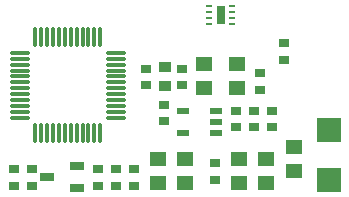
<source format=gtp>
G04 Layer_Color=8421504*
%FSLAX25Y25*%
%MOIN*%
G70*
G01*
G75*
%ADD10R,0.03543X0.03150*%
%ADD11R,0.05512X0.05000*%
%ADD12R,0.04331X0.02362*%
%ADD13R,0.04921X0.02756*%
%ADD14R,0.03858X0.03661*%
%ADD15R,0.07874X0.07874*%
%ADD16R,0.03000X0.06299*%
%ADD17R,0.02362X0.01102*%
%ADD18O,0.01102X0.07087*%
%ADD19O,0.07087X0.01102*%
D10*
X70000Y56988D02*
D03*
Y62500D02*
D03*
X32000Y23500D02*
D03*
Y29012D02*
D03*
X54000D02*
D03*
Y23500D02*
D03*
X26000D02*
D03*
Y29012D02*
D03*
X60000D02*
D03*
Y23500D02*
D03*
X66000D02*
D03*
Y29012D02*
D03*
X82000Y57000D02*
D03*
Y62512D02*
D03*
X76000Y50500D02*
D03*
Y44988D02*
D03*
X106000Y48512D02*
D03*
Y43000D02*
D03*
X116000Y65488D02*
D03*
Y71000D02*
D03*
X108000Y61000D02*
D03*
Y55488D02*
D03*
X93000Y31012D02*
D03*
Y25500D02*
D03*
X112000Y43000D02*
D03*
Y48512D02*
D03*
X100000D02*
D03*
Y43000D02*
D03*
D11*
X74000Y32500D02*
D03*
Y24500D02*
D03*
X83000Y32500D02*
D03*
Y24500D02*
D03*
X89500Y56000D02*
D03*
Y64000D02*
D03*
X100500D02*
D03*
Y56000D02*
D03*
X110000Y24500D02*
D03*
Y32500D02*
D03*
X101000D02*
D03*
Y24500D02*
D03*
X119500Y28500D02*
D03*
Y36500D02*
D03*
D12*
X82488Y41000D02*
D03*
Y48480D02*
D03*
X93512D02*
D03*
Y44740D02*
D03*
Y41000D02*
D03*
D13*
X47134Y22760D02*
D03*
Y30240D02*
D03*
X37291Y26500D02*
D03*
D14*
X76500Y56968D02*
D03*
Y63032D02*
D03*
D15*
X131000Y25465D02*
D03*
Y42000D02*
D03*
D16*
X95000Y80500D02*
D03*
D17*
X91260Y77547D02*
D03*
Y79516D02*
D03*
Y81484D02*
D03*
Y83453D02*
D03*
X98740D02*
D03*
Y81484D02*
D03*
Y79516D02*
D03*
Y77547D02*
D03*
D18*
X33220Y41110D02*
D03*
X35189D02*
D03*
X37157D02*
D03*
X39126D02*
D03*
X41094D02*
D03*
X43063D02*
D03*
X45031D02*
D03*
X47000D02*
D03*
X48968D02*
D03*
X50937D02*
D03*
X52905D02*
D03*
X54874D02*
D03*
Y73000D02*
D03*
X52905D02*
D03*
X50937D02*
D03*
X48968D02*
D03*
X47000D02*
D03*
X45031D02*
D03*
X43063D02*
D03*
X41094D02*
D03*
X39126D02*
D03*
X37157D02*
D03*
X35189D02*
D03*
X33220D02*
D03*
D19*
X59992Y46228D02*
D03*
Y48197D02*
D03*
Y50165D02*
D03*
Y52134D02*
D03*
Y54102D02*
D03*
Y56071D02*
D03*
Y58039D02*
D03*
Y60008D02*
D03*
Y61976D02*
D03*
Y63945D02*
D03*
Y65913D02*
D03*
Y67882D02*
D03*
X28102D02*
D03*
Y65913D02*
D03*
Y63945D02*
D03*
Y61976D02*
D03*
Y60008D02*
D03*
Y58039D02*
D03*
Y56071D02*
D03*
Y54102D02*
D03*
Y52134D02*
D03*
Y50165D02*
D03*
Y48197D02*
D03*
Y46228D02*
D03*
M02*

</source>
